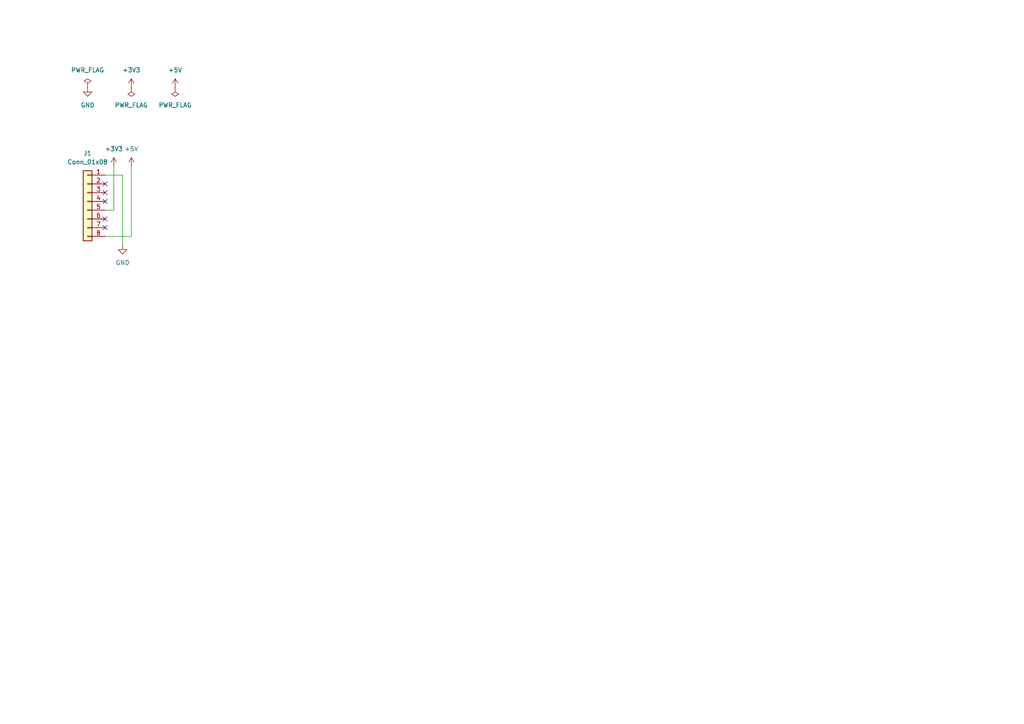
<source format=kicad_sch>
(kicad_sch (version 20211123) (generator eeschema)

  (uuid cef6f603-8a0b-4dd0-af99-ebfbef7d1b4b)

  (paper "A4")

  (title_block
    (title "CabHat_Template")
    (company "@stop_pattern")
  )

  (lib_symbols
    (symbol "Library:Conn_01x08" (pin_names (offset 1.016) hide) (in_bom yes) (on_board yes)
      (property "Reference" "J" (id 0) (at 0 10.16 0)
        (effects (font (size 1.27 1.27)))
      )
      (property "Value" "Conn_01x08" (id 1) (at 0 -12.7 0)
        (effects (font (size 1.27 1.27)))
      )
      (property "Footprint" "" (id 2) (at 0 0 0)
        (effects (font (size 1.27 1.27)) hide)
      )
      (property "Datasheet" "~" (id 3) (at 0 0 0)
        (effects (font (size 1.27 1.27)) hide)
      )
      (property "ki_keywords" "connector" (id 4) (at 0 0 0)
        (effects (font (size 1.27 1.27)) hide)
      )
      (property "ki_description" "Generic connector, single row, 01x08, script generated (kicad-library-utils/schlib/autogen/connector/)" (id 5) (at 0 0 0)
        (effects (font (size 1.27 1.27)) hide)
      )
      (property "ki_fp_filters" "Connector*:*_1x??_*" (id 6) (at 0 0 0)
        (effects (font (size 1.27 1.27)) hide)
      )
      (symbol "Conn_01x08_1_1"
        (rectangle (start -1.27 -10.033) (end 0 -10.287)
          (stroke (width 0.1524) (type default) (color 0 0 0 0))
          (fill (type none))
        )
        (rectangle (start -1.27 -7.493) (end 0 -7.747)
          (stroke (width 0.1524) (type default) (color 0 0 0 0))
          (fill (type none))
        )
        (rectangle (start -1.27 -4.953) (end 0 -5.207)
          (stroke (width 0.1524) (type default) (color 0 0 0 0))
          (fill (type none))
        )
        (rectangle (start -1.27 -2.413) (end 0 -2.667)
          (stroke (width 0.1524) (type default) (color 0 0 0 0))
          (fill (type none))
        )
        (rectangle (start -1.27 0.127) (end 0 -0.127)
          (stroke (width 0.1524) (type default) (color 0 0 0 0))
          (fill (type none))
        )
        (rectangle (start -1.27 2.667) (end 0 2.413)
          (stroke (width 0.1524) (type default) (color 0 0 0 0))
          (fill (type none))
        )
        (rectangle (start -1.27 5.207) (end 0 4.953)
          (stroke (width 0.1524) (type default) (color 0 0 0 0))
          (fill (type none))
        )
        (rectangle (start -1.27 7.747) (end 0 7.493)
          (stroke (width 0.1524) (type default) (color 0 0 0 0))
          (fill (type none))
        )
        (rectangle (start -1.27 8.89) (end 1.27 -11.43)
          (stroke (width 0.254) (type default) (color 0 0 0 0))
          (fill (type background))
        )
        (pin passive line (at -5.08 7.62 0) (length 3.81)
          (name "Pin_1" (effects (font (size 1.27 1.27))))
          (number "1" (effects (font (size 1.27 1.27))))
        )
        (pin passive line (at -5.08 5.08 0) (length 3.81)
          (name "Pin_2" (effects (font (size 1.27 1.27))))
          (number "2" (effects (font (size 1.27 1.27))))
        )
        (pin passive line (at -5.08 2.54 0) (length 3.81)
          (name "Pin_3" (effects (font (size 1.27 1.27))))
          (number "3" (effects (font (size 1.27 1.27))))
        )
        (pin passive line (at -5.08 0 0) (length 3.81)
          (name "Pin_4" (effects (font (size 1.27 1.27))))
          (number "4" (effects (font (size 1.27 1.27))))
        )
        (pin passive line (at -5.08 -2.54 0) (length 3.81)
          (name "Pin_5" (effects (font (size 1.27 1.27))))
          (number "5" (effects (font (size 1.27 1.27))))
        )
        (pin passive line (at -5.08 -5.08 0) (length 3.81)
          (name "Pin_6" (effects (font (size 1.27 1.27))))
          (number "6" (effects (font (size 1.27 1.27))))
        )
        (pin passive line (at -5.08 -7.62 0) (length 3.81)
          (name "Pin_7" (effects (font (size 1.27 1.27))))
          (number "7" (effects (font (size 1.27 1.27))))
        )
        (pin passive line (at -5.08 -10.16 0) (length 3.81)
          (name "Pin_8" (effects (font (size 1.27 1.27))))
          (number "8" (effects (font (size 1.27 1.27))))
        )
      )
    )
    (symbol "power:+3V3" (power) (pin_names (offset 0)) (in_bom yes) (on_board yes)
      (property "Reference" "#PWR" (id 0) (at 0 -3.81 0)
        (effects (font (size 1.27 1.27)) hide)
      )
      (property "Value" "+3V3" (id 1) (at 0 3.556 0)
        (effects (font (size 1.27 1.27)))
      )
      (property "Footprint" "" (id 2) (at 0 0 0)
        (effects (font (size 1.27 1.27)) hide)
      )
      (property "Datasheet" "" (id 3) (at 0 0 0)
        (effects (font (size 1.27 1.27)) hide)
      )
      (property "ki_keywords" "power-flag" (id 4) (at 0 0 0)
        (effects (font (size 1.27 1.27)) hide)
      )
      (property "ki_description" "Power symbol creates a global label with name \"+3V3\"" (id 5) (at 0 0 0)
        (effects (font (size 1.27 1.27)) hide)
      )
      (symbol "+3V3_0_1"
        (polyline
          (pts
            (xy -0.762 1.27)
            (xy 0 2.54)
          )
          (stroke (width 0) (type default) (color 0 0 0 0))
          (fill (type none))
        )
        (polyline
          (pts
            (xy 0 0)
            (xy 0 2.54)
          )
          (stroke (width 0) (type default) (color 0 0 0 0))
          (fill (type none))
        )
        (polyline
          (pts
            (xy 0 2.54)
            (xy 0.762 1.27)
          )
          (stroke (width 0) (type default) (color 0 0 0 0))
          (fill (type none))
        )
      )
      (symbol "+3V3_1_1"
        (pin power_in line (at 0 0 90) (length 0) hide
          (name "+3V3" (effects (font (size 1.27 1.27))))
          (number "1" (effects (font (size 1.27 1.27))))
        )
      )
    )
    (symbol "power:+5V" (power) (pin_names (offset 0)) (in_bom yes) (on_board yes)
      (property "Reference" "#PWR" (id 0) (at 0 -3.81 0)
        (effects (font (size 1.27 1.27)) hide)
      )
      (property "Value" "+5V" (id 1) (at 0 3.556 0)
        (effects (font (size 1.27 1.27)))
      )
      (property "Footprint" "" (id 2) (at 0 0 0)
        (effects (font (size 1.27 1.27)) hide)
      )
      (property "Datasheet" "" (id 3) (at 0 0 0)
        (effects (font (size 1.27 1.27)) hide)
      )
      (property "ki_keywords" "power-flag" (id 4) (at 0 0 0)
        (effects (font (size 1.27 1.27)) hide)
      )
      (property "ki_description" "Power symbol creates a global label with name \"+5V\"" (id 5) (at 0 0 0)
        (effects (font (size 1.27 1.27)) hide)
      )
      (symbol "+5V_0_1"
        (polyline
          (pts
            (xy -0.762 1.27)
            (xy 0 2.54)
          )
          (stroke (width 0) (type default) (color 0 0 0 0))
          (fill (type none))
        )
        (polyline
          (pts
            (xy 0 0)
            (xy 0 2.54)
          )
          (stroke (width 0) (type default) (color 0 0 0 0))
          (fill (type none))
        )
        (polyline
          (pts
            (xy 0 2.54)
            (xy 0.762 1.27)
          )
          (stroke (width 0) (type default) (color 0 0 0 0))
          (fill (type none))
        )
      )
      (symbol "+5V_1_1"
        (pin power_in line (at 0 0 90) (length 0) hide
          (name "+5V" (effects (font (size 1.27 1.27))))
          (number "1" (effects (font (size 1.27 1.27))))
        )
      )
    )
    (symbol "power:GND" (power) (pin_names (offset 0)) (in_bom yes) (on_board yes)
      (property "Reference" "#PWR" (id 0) (at 0 -6.35 0)
        (effects (font (size 1.27 1.27)) hide)
      )
      (property "Value" "GND" (id 1) (at 0 -3.81 0)
        (effects (font (size 1.27 1.27)))
      )
      (property "Footprint" "" (id 2) (at 0 0 0)
        (effects (font (size 1.27 1.27)) hide)
      )
      (property "Datasheet" "" (id 3) (at 0 0 0)
        (effects (font (size 1.27 1.27)) hide)
      )
      (property "ki_keywords" "power-flag" (id 4) (at 0 0 0)
        (effects (font (size 1.27 1.27)) hide)
      )
      (property "ki_description" "Power symbol creates a global label with name \"GND\" , ground" (id 5) (at 0 0 0)
        (effects (font (size 1.27 1.27)) hide)
      )
      (symbol "GND_0_1"
        (polyline
          (pts
            (xy 0 0)
            (xy 0 -1.27)
            (xy 1.27 -1.27)
            (xy 0 -2.54)
            (xy -1.27 -1.27)
            (xy 0 -1.27)
          )
          (stroke (width 0) (type default) (color 0 0 0 0))
          (fill (type none))
        )
      )
      (symbol "GND_1_1"
        (pin power_in line (at 0 0 270) (length 0) hide
          (name "GND" (effects (font (size 1.27 1.27))))
          (number "1" (effects (font (size 1.27 1.27))))
        )
      )
    )
    (symbol "power:PWR_FLAG" (power) (pin_numbers hide) (pin_names (offset 0) hide) (in_bom yes) (on_board yes)
      (property "Reference" "#FLG" (id 0) (at 0 1.905 0)
        (effects (font (size 1.27 1.27)) hide)
      )
      (property "Value" "PWR_FLAG" (id 1) (at 0 3.81 0)
        (effects (font (size 1.27 1.27)))
      )
      (property "Footprint" "" (id 2) (at 0 0 0)
        (effects (font (size 1.27 1.27)) hide)
      )
      (property "Datasheet" "~" (id 3) (at 0 0 0)
        (effects (font (size 1.27 1.27)) hide)
      )
      (property "ki_keywords" "power-flag" (id 4) (at 0 0 0)
        (effects (font (size 1.27 1.27)) hide)
      )
      (property "ki_description" "Special symbol for telling ERC where power comes from" (id 5) (at 0 0 0)
        (effects (font (size 1.27 1.27)) hide)
      )
      (symbol "PWR_FLAG_0_0"
        (pin power_out line (at 0 0 90) (length 0)
          (name "pwr" (effects (font (size 1.27 1.27))))
          (number "1" (effects (font (size 1.27 1.27))))
        )
      )
      (symbol "PWR_FLAG_0_1"
        (polyline
          (pts
            (xy 0 0)
            (xy 0 1.27)
            (xy -1.016 1.905)
            (xy 0 2.54)
            (xy 1.016 1.905)
            (xy 0 1.27)
          )
          (stroke (width 0) (type default) (color 0 0 0 0))
          (fill (type none))
        )
      )
    )
  )


  (no_connect (at 30.48 66.04) (uuid 4c52d976-6024-412a-8ccf-995ef262f073))
  (no_connect (at 30.48 63.5) (uuid 642c19b0-fb6a-434f-9d07-d87aec95d41c))
  (no_connect (at 30.48 53.34) (uuid 7b2b45d8-39b7-4d12-ad1a-5a112e0166f5))
  (no_connect (at 30.48 55.88) (uuid 9dc55e65-d9bf-4734-9e04-3e4bf42bdaae))
  (no_connect (at 30.48 58.42) (uuid ad40f7a3-d5bb-4137-996a-712decb20e6e))

  (wire (pts (xy 38.1 48.26) (xy 38.1 68.58))
    (stroke (width 0) (type default) (color 0 0 0 0))
    (uuid 27598169-394f-4270-879a-25949df9f295)
  )
  (wire (pts (xy 33.02 48.26) (xy 33.02 60.96))
    (stroke (width 0) (type default) (color 0 0 0 0))
    (uuid 321ceaa2-85e9-474a-94d7-c7c06570bf8a)
  )
  (wire (pts (xy 30.48 60.96) (xy 33.02 60.96))
    (stroke (width 0) (type default) (color 0 0 0 0))
    (uuid 9926c7e0-0ec0-4c0f-ad5e-f5732c316be5)
  )
  (wire (pts (xy 35.56 50.8) (xy 30.48 50.8))
    (stroke (width 0) (type default) (color 0 0 0 0))
    (uuid a0f6eb2e-0774-4b84-9515-60f20e24ca8e)
  )
  (wire (pts (xy 35.56 71.12) (xy 35.56 50.8))
    (stroke (width 0) (type default) (color 0 0 0 0))
    (uuid ae15f2e7-c177-4594-b186-7df41438ad15)
  )
  (wire (pts (xy 30.48 68.58) (xy 38.1 68.58))
    (stroke (width 0) (type default) (color 0 0 0 0))
    (uuid b97f974a-15d3-4cf6-94e2-4919a916df5c)
  )

  (symbol (lib_id "power:PWR_FLAG") (at 50.8 25.4 0) (mirror x) (unit 1)
    (in_bom yes) (on_board yes) (fields_autoplaced)
    (uuid 17d0b858-7c82-45a4-a59e-54ccc53ddba5)
    (property "Reference" "#FLG0101" (id 0) (at 50.8 27.305 0)
      (effects (font (size 1.27 1.27)) hide)
    )
    (property "Value" "PWR_FLAG" (id 1) (at 50.8 30.48 0))
    (property "Footprint" "" (id 2) (at 50.8 25.4 0)
      (effects (font (size 1.27 1.27)) hide)
    )
    (property "Datasheet" "~" (id 3) (at 50.8 25.4 0)
      (effects (font (size 1.27 1.27)) hide)
    )
    (pin "1" (uuid bdf7beea-0bfb-4867-ba6e-6685591354e7))
  )

  (symbol (lib_id "power:+3V3") (at 33.02 48.26 0) (unit 1)
    (in_bom yes) (on_board yes) (fields_autoplaced)
    (uuid 3118a01d-2394-44a9-b4e5-8b59935704e5)
    (property "Reference" "#PWR01" (id 0) (at 33.02 52.07 0)
      (effects (font (size 1.27 1.27)) hide)
    )
    (property "Value" "+3V3" (id 1) (at 33.02 43.18 0))
    (property "Footprint" "" (id 2) (at 33.02 48.26 0)
      (effects (font (size 1.27 1.27)) hide)
    )
    (property "Datasheet" "" (id 3) (at 33.02 48.26 0)
      (effects (font (size 1.27 1.27)) hide)
    )
    (pin "1" (uuid 1faa6fd5-5426-4144-ae79-e56d7fe6e8ed))
  )

  (symbol (lib_id "power:PWR_FLAG") (at 25.4 25.4 0) (unit 1)
    (in_bom yes) (on_board yes) (fields_autoplaced)
    (uuid 4148d913-e950-4f7f-88aa-ac68f3d94c05)
    (property "Reference" "#FLG0102" (id 0) (at 25.4 23.495 0)
      (effects (font (size 1.27 1.27)) hide)
    )
    (property "Value" "PWR_FLAG" (id 1) (at 25.4 20.32 0))
    (property "Footprint" "" (id 2) (at 25.4 25.4 0)
      (effects (font (size 1.27 1.27)) hide)
    )
    (property "Datasheet" "~" (id 3) (at 25.4 25.4 0)
      (effects (font (size 1.27 1.27)) hide)
    )
    (pin "1" (uuid e4130a0f-6ab9-4468-a054-ed5cb3b308ec))
  )

  (symbol (lib_id "power:+5V") (at 50.8 25.4 0) (unit 1)
    (in_bom yes) (on_board yes) (fields_autoplaced)
    (uuid 42eb9b46-8e70-474e-b6bf-a70b411691e1)
    (property "Reference" "#PWR0101" (id 0) (at 50.8 29.21 0)
      (effects (font (size 1.27 1.27)) hide)
    )
    (property "Value" "+5V" (id 1) (at 50.8 20.32 0))
    (property "Footprint" "" (id 2) (at 50.8 25.4 0)
      (effects (font (size 1.27 1.27)) hide)
    )
    (property "Datasheet" "" (id 3) (at 50.8 25.4 0)
      (effects (font (size 1.27 1.27)) hide)
    )
    (pin "1" (uuid 9bfd6b7c-3bd5-4b47-86f6-6656d502c3fa))
  )

  (symbol (lib_id "Library:Conn_01x08") (at 25.4 58.42 0) (mirror y) (unit 1)
    (in_bom yes) (on_board yes) (fields_autoplaced)
    (uuid 578b770d-bcb3-48e4-8540-6a45e22f9cef)
    (property "Reference" "J1" (id 0) (at 25.4 44.45 0))
    (property "Value" "Conn_01x08" (id 1) (at 25.4 46.99 0))
    (property "Footprint" "Library:PinSocket_1x08_P2.54mm_Vertical" (id 2) (at 25.4 58.42 0)
      (effects (font (size 1.27 1.27)) hide)
    )
    (property "Datasheet" "~" (id 3) (at 25.4 58.42 0)
      (effects (font (size 1.27 1.27)) hide)
    )
    (pin "1" (uuid d69779c4-90c4-49f4-a66b-f547b8e827ad))
    (pin "2" (uuid a889d751-5721-450c-928b-dd5b73a9dd56))
    (pin "3" (uuid cefe31e8-38dc-4dbe-8101-20752010c792))
    (pin "4" (uuid b16e9a8e-d3e1-4207-9499-5842efa695a1))
    (pin "5" (uuid 1c0773ad-9cdb-4a0f-8747-b7b0be60adb2))
    (pin "6" (uuid b4de4f20-599e-4efb-b1db-c5e17b1bf2d3))
    (pin "7" (uuid 0b6d3319-eb72-47cf-a981-f204dda6834a))
    (pin "8" (uuid 864e453f-d7f1-4112-8b1b-1632bd5ea786))
  )

  (symbol (lib_id "power:+3V3") (at 38.1 25.4 0) (unit 1)
    (in_bom yes) (on_board yes) (fields_autoplaced)
    (uuid 965675bc-3555-4dd0-b9df-5bad99bc03d6)
    (property "Reference" "#PWR0103" (id 0) (at 38.1 29.21 0)
      (effects (font (size 1.27 1.27)) hide)
    )
    (property "Value" "+3V3" (id 1) (at 38.1 20.32 0))
    (property "Footprint" "" (id 2) (at 38.1 25.4 0)
      (effects (font (size 1.27 1.27)) hide)
    )
    (property "Datasheet" "" (id 3) (at 38.1 25.4 0)
      (effects (font (size 1.27 1.27)) hide)
    )
    (pin "1" (uuid fb2ea0d1-f5c1-40fd-a5b8-6b158464dd3a))
  )

  (symbol (lib_id "power:GND") (at 25.4 25.4 0) (unit 1)
    (in_bom yes) (on_board yes) (fields_autoplaced)
    (uuid 9e77d5b8-9239-41e9-9416-dc4abb1669ca)
    (property "Reference" "#PWR0102" (id 0) (at 25.4 31.75 0)
      (effects (font (size 1.27 1.27)) hide)
    )
    (property "Value" "GND" (id 1) (at 25.4 30.48 0))
    (property "Footprint" "" (id 2) (at 25.4 25.4 0)
      (effects (font (size 1.27 1.27)) hide)
    )
    (property "Datasheet" "" (id 3) (at 25.4 25.4 0)
      (effects (font (size 1.27 1.27)) hide)
    )
    (pin "1" (uuid 51255ac2-97ca-4a84-84f6-d6f9d65848f9))
  )

  (symbol (lib_id "power:PWR_FLAG") (at 38.1 25.4 0) (mirror x) (unit 1)
    (in_bom yes) (on_board yes) (fields_autoplaced)
    (uuid a8a95a78-eb09-4b6e-80aa-11a3c6343ad2)
    (property "Reference" "#FLG0103" (id 0) (at 38.1 27.305 0)
      (effects (font (size 1.27 1.27)) hide)
    )
    (property "Value" "PWR_FLAG" (id 1) (at 38.1 30.48 0))
    (property "Footprint" "" (id 2) (at 38.1 25.4 0)
      (effects (font (size 1.27 1.27)) hide)
    )
    (property "Datasheet" "~" (id 3) (at 38.1 25.4 0)
      (effects (font (size 1.27 1.27)) hide)
    )
    (pin "1" (uuid f84d53a9-4af2-41c2-b17c-3da68fe8c8ae))
  )

  (symbol (lib_id "power:+5V") (at 38.1 48.26 0) (unit 1)
    (in_bom yes) (on_board yes) (fields_autoplaced)
    (uuid c4a5e793-3474-46c5-bb57-4030671549ea)
    (property "Reference" "#PWR03" (id 0) (at 38.1 52.07 0)
      (effects (font (size 1.27 1.27)) hide)
    )
    (property "Value" "+5V" (id 1) (at 38.1 43.18 0))
    (property "Footprint" "" (id 2) (at 38.1 48.26 0)
      (effects (font (size 1.27 1.27)) hide)
    )
    (property "Datasheet" "" (id 3) (at 38.1 48.26 0)
      (effects (font (size 1.27 1.27)) hide)
    )
    (pin "1" (uuid 86661c60-0d76-4965-a519-b1224b8589d8))
  )

  (symbol (lib_id "power:GND") (at 35.56 71.12 0) (unit 1)
    (in_bom yes) (on_board yes) (fields_autoplaced)
    (uuid d678ee3e-f10f-4d63-ae82-693dec8121cf)
    (property "Reference" "#PWR02" (id 0) (at 35.56 77.47 0)
      (effects (font (size 1.27 1.27)) hide)
    )
    (property "Value" "GND" (id 1) (at 35.56 76.2 0))
    (property "Footprint" "" (id 2) (at 35.56 71.12 0)
      (effects (font (size 1.27 1.27)) hide)
    )
    (property "Datasheet" "" (id 3) (at 35.56 71.12 0)
      (effects (font (size 1.27 1.27)) hide)
    )
    (pin "1" (uuid ea8546e4-ccb3-4432-b721-04f5cc3ea83f))
  )

  (sheet_instances
    (path "/" (page "1"))
  )

  (symbol_instances
    (path "/17d0b858-7c82-45a4-a59e-54ccc53ddba5"
      (reference "#FLG0101") (unit 1) (value "PWR_FLAG") (footprint "")
    )
    (path "/4148d913-e950-4f7f-88aa-ac68f3d94c05"
      (reference "#FLG0102") (unit 1) (value "PWR_FLAG") (footprint "")
    )
    (path "/a8a95a78-eb09-4b6e-80aa-11a3c6343ad2"
      (reference "#FLG0103") (unit 1) (value "PWR_FLAG") (footprint "")
    )
    (path "/3118a01d-2394-44a9-b4e5-8b59935704e5"
      (reference "#PWR01") (unit 1) (value "+3V3") (footprint "")
    )
    (path "/d678ee3e-f10f-4d63-ae82-693dec8121cf"
      (reference "#PWR02") (unit 1) (value "GND") (footprint "")
    )
    (path "/c4a5e793-3474-46c5-bb57-4030671549ea"
      (reference "#PWR03") (unit 1) (value "+5V") (footprint "")
    )
    (path "/42eb9b46-8e70-474e-b6bf-a70b411691e1"
      (reference "#PWR0101") (unit 1) (value "+5V") (footprint "")
    )
    (path "/9e77d5b8-9239-41e9-9416-dc4abb1669ca"
      (reference "#PWR0102") (unit 1) (value "GND") (footprint "")
    )
    (path "/965675bc-3555-4dd0-b9df-5bad99bc03d6"
      (reference "#PWR0103") (unit 1) (value "+3V3") (footprint "")
    )
    (path "/578b770d-bcb3-48e4-8540-6a45e22f9cef"
      (reference "J1") (unit 1) (value "Conn_01x08") (footprint "Library:PinSocket_1x08_P2.54mm_Vertical")
    )
  )
)

</source>
